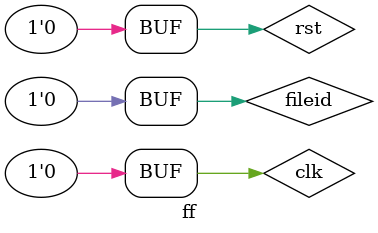
<source format=v>
`timescale 1ns / 1ps


module ff;

	// Inputs
	reg clk;
	reg rst;
	reg fileid;

	// Outputs
	wire [15:0] PCOUT;
	wire branch_ID_EXE;
	wire [15:0] INST;
	wire [15:0] rdata1;
	wire [15:0] rdata2;
	wire [15:0] rdata1_ID_EXE;
	wire [15:0] rdata2_ID_EXE;
	wire [15:0] imm_ID_EXE;
	wire [15:0] rdata2_imm_ID_EXE;
	wire [2:0] aluop_ID_EXE;
	wire alusrc_ID_EXE;
	wire [3:0] waddr_out_ID_EXE;
	wire [15:0] aluout;
	wire [3:0] waddr_out_EXE_DM;
	wire [15:0] aluout_EXE_DM;
	wire [15:0] rdata2_EXE_DM;
	wire branch_ID_EXE;
	wire regDst;
	wire memWrite_EXE_DM;
	wire memRead_EXE_DM;
	wire memToReg_EXE_DM;
	wire wen_DM_WB;
	wire [3:0] waddr_DM_WB;
	wire [15:0] aluout_DM_WB;
	wire [15:0] readMem;
	wire [15:0] aluout_DM;
	wire [15:0] aluout_WB;

	// Instantiate the Unit Under Test (UUT)
	pipelined_regfile_3stage uut (
		.clk(clk), 
		.rst(rst), 
		.fileid(fileid), 
		.PCOUT(PCOUT), 
		.branch_ID_EXE(branch_ID_EXE), 
		.INST(INST), 
		.rdata1(rdata1), 
		.rdata2(rdata2), 
		.rdata1_ID_EXE(rdata1_ID_EXE), 
		.rdata2_ID_EXE(rdata2_ID_EXE), 
		.imm_ID_EXE(imm_ID_EXE), 
		.rdata2_imm_ID_EXE(rdata2_imm_ID_EXE), 
		.aluop_ID_EXE(aluop_ID_EXE), 
		.alusrc_ID_EXE(alusrc_ID_EXE), 
		.waddr_out_ID_EXE(waddr_out_ID_EXE), 
		.aluout(aluout), 
		.waddr_out_EXE_DM(waddr_out_EXE_DM), 
		.aluout_EXE_DM(aluout_EXE_DM), 
		.rdata2_EXE_DM(rdata2_EXE_DM), 
		.branch_ID_EXE(branch_ID_EXE), 
		.regDst(regDst), 
		.memWrite_EXE_DM(memWrite_EXE_DM), 
		.memRead_EXE_DM(memRead_EXE_DM), 
		.memToReg_EXE_DM(memToReg_EXE_DM), 
		.wen_DM_WB(wen_DM_WB), 
		.waddr_DM_WB(waddr_DM_WB), 
		.aluout_DM_WB(aluout_DM_WB), 
		.readMem(readMem), 
		.aluout_DM(aluout_DM), 
		.aluout_WB(aluout_WB)
	);

	initial begin
		// Initialize Inputs
		clk = 0;
		rst = 0;
		fileid = 0;

		// Wait 100 ns for global reset to finish
		#100;
        
		// Add stimulus here

	end
      
endmodule


</source>
